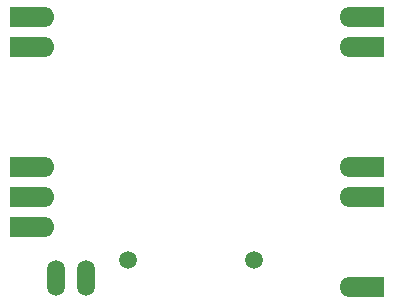
<source format=gbs>
%FSLAX46Y46*%
G04 Gerber Fmt 4.6, Leading zero omitted, Abs format (unit mm)*
G04 Created by KiCad (PCBNEW (2014-10-27 BZR 5228)-product) date 6/17/2015 7:46:51 PM*
%MOMM*%
G01*
G04 APERTURE LIST*
%ADD10C,0.150000*%
%ADD11C,1.506220*%
%ADD12O,1.506220X3.014980*%
%ADD13R,1.270000X1.701800*%
%ADD14O,3.810000X1.701800*%
G04 APERTURE END LIST*
D10*
D11*
X208026000Y-138684000D03*
X197358000Y-138684000D03*
D12*
X191262000Y-140208000D03*
X193802000Y-140208000D03*
D13*
X187960000Y-118110000D03*
X189230000Y-118110000D03*
D14*
X189260000Y-118110000D03*
D13*
X187960000Y-120650000D03*
X189230000Y-120650000D03*
D14*
X189260000Y-120650000D03*
D13*
X218440000Y-140970000D03*
X217170000Y-140970000D03*
D14*
X217140000Y-140970000D03*
D13*
X218440000Y-130810000D03*
X217170000Y-130810000D03*
D14*
X217140000Y-130810000D03*
D13*
X218440000Y-133350000D03*
X217170000Y-133350000D03*
D14*
X217140000Y-133350000D03*
D13*
X187960000Y-130810000D03*
X189230000Y-130810000D03*
D14*
X189260000Y-130810000D03*
D13*
X187960000Y-133350000D03*
X189230000Y-133350000D03*
D14*
X189260000Y-133350000D03*
D13*
X187960000Y-135890000D03*
X189230000Y-135890000D03*
D14*
X189260000Y-135890000D03*
D13*
X218440000Y-118110000D03*
X217170000Y-118110000D03*
D14*
X217140000Y-118110000D03*
D13*
X218440000Y-120650000D03*
X217170000Y-120650000D03*
D14*
X217140000Y-120650000D03*
M02*

</source>
